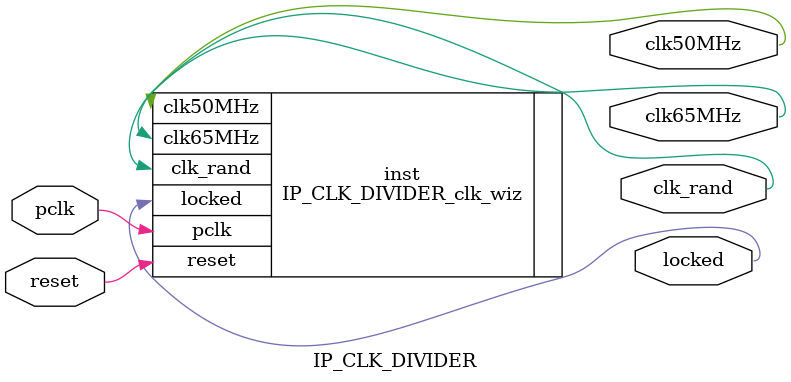
<source format=v>


`timescale 1ps/1ps

(* CORE_GENERATION_INFO = "IP_CLK_DIVIDER,clk_wiz_v5_4_2_0,{component_name=IP_CLK_DIVIDER,use_phase_alignment=true,use_min_o_jitter=false,use_max_i_jitter=false,use_dyn_phase_shift=false,use_inclk_switchover=false,use_dyn_reconfig=false,enable_axi=0,feedback_source=FDBK_AUTO,PRIMITIVE=MMCM,num_out_clk=3,clkin1_period=10.000,clkin2_period=10.000,use_power_down=false,use_reset=true,use_locked=true,use_inclk_stopped=false,feedback_type=SINGLE,CLOCK_MGR_TYPE=NA,manual_override=false}" *)

module IP_CLK_DIVIDER 
 (
  // Clock out ports
  output        clk50MHz,
  output        clk65MHz,
  output        clk_rand,
  // Status and control signals
  input         reset,
  output        locked,
 // Clock in ports
  input         pclk
 );

  IP_CLK_DIVIDER_clk_wiz inst
  (
  // Clock out ports  
  .clk50MHz(clk50MHz),
  .clk65MHz(clk65MHz),
  .clk_rand(clk_rand),
  // Status and control signals               
  .reset(reset), 
  .locked(locked),
 // Clock in ports
  .pclk(pclk)
  );

endmodule

</source>
